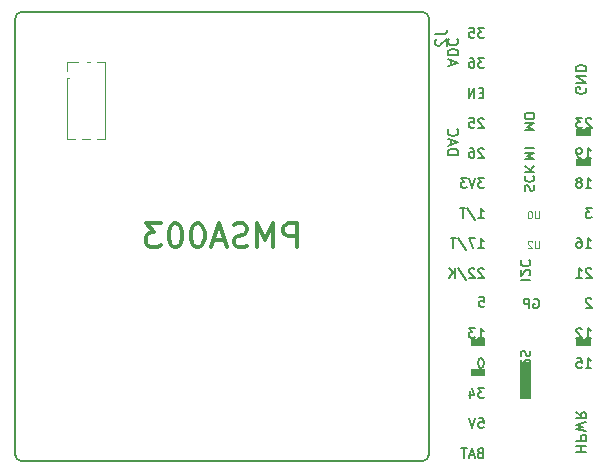
<source format=gbr>
%TF.GenerationSoftware,KiCad,Pcbnew,(5.1.9)-1*%
%TF.CreationDate,2021-02-10T23:03:02-05:00*%
%TF.ProjectId,pmsa003-module,706d7361-3030-4332-9d6d-6f64756c652e,rev?*%
%TF.SameCoordinates,Original*%
%TF.FileFunction,Legend,Bot*%
%TF.FilePolarity,Positive*%
%FSLAX46Y46*%
G04 Gerber Fmt 4.6, Leading zero omitted, Abs format (unit mm)*
G04 Created by KiCad (PCBNEW (5.1.9)-1) date 2021-02-10 23:03:02*
%MOMM*%
%LPD*%
G01*
G04 APERTURE LIST*
%ADD10C,0.161101*%
%ADD11C,0.100000*%
%ADD12C,0.125301*%
%ADD13C,0.179001*%
%ADD14C,0.120000*%
%ADD15C,0.150000*%
%ADD16C,0.300000*%
G04 APERTURE END LIST*
D10*
X57181340Y-54857890D02*
X56678917Y-54857890D01*
X56949452Y-55164749D01*
X56833508Y-55164749D01*
X56756213Y-55203106D01*
X56717565Y-55241463D01*
X56678917Y-55318178D01*
X56678917Y-55509965D01*
X56717565Y-55586680D01*
X56756213Y-55625037D01*
X56833508Y-55663395D01*
X57065396Y-55663395D01*
X57142692Y-55625037D01*
X57181340Y-55586680D01*
X55983253Y-55126391D02*
X55983253Y-55663395D01*
X56176493Y-54819532D02*
X56369733Y-55394893D01*
X55867310Y-55394893D01*
X66281340Y-39597890D02*
X65778917Y-39597890D01*
X66049452Y-39904749D01*
X65933508Y-39904749D01*
X65856213Y-39943106D01*
X65817565Y-39981463D01*
X65778917Y-40058178D01*
X65778917Y-40249965D01*
X65817565Y-40326680D01*
X65856213Y-40365037D01*
X65933508Y-40403395D01*
X66165396Y-40403395D01*
X66242692Y-40365037D01*
X66281340Y-40326680D01*
X65778917Y-42943395D02*
X66242692Y-42943395D01*
X66010804Y-42943395D02*
X66010804Y-42137890D01*
X66088100Y-42252962D01*
X66165396Y-42329677D01*
X66242692Y-42368034D01*
X65083253Y-42137890D02*
X65237845Y-42137890D01*
X65315141Y-42176247D01*
X65353789Y-42214604D01*
X65431085Y-42329677D01*
X65469733Y-42483106D01*
X65469733Y-42789965D01*
X65431085Y-42866680D01*
X65392437Y-42905037D01*
X65315141Y-42943395D01*
X65160549Y-42943395D01*
X65083253Y-42905037D01*
X65044606Y-42866680D01*
X65005958Y-42789965D01*
X65005958Y-42598178D01*
X65044606Y-42521463D01*
X65083253Y-42483106D01*
X65160549Y-42444749D01*
X65315141Y-42444749D01*
X65392437Y-42483106D01*
X65431085Y-42521463D01*
X65469733Y-42598178D01*
X65778917Y-37863395D02*
X66242692Y-37863395D01*
X66010804Y-37863395D02*
X66010804Y-37057890D01*
X66088100Y-37172962D01*
X66165396Y-37249677D01*
X66242692Y-37288034D01*
X65315141Y-37403106D02*
X65392437Y-37364749D01*
X65431085Y-37326391D01*
X65469733Y-37249677D01*
X65469733Y-37211319D01*
X65431085Y-37134604D01*
X65392437Y-37096247D01*
X65315141Y-37057890D01*
X65160549Y-37057890D01*
X65083253Y-37096247D01*
X65044606Y-37134604D01*
X65005958Y-37211319D01*
X65005958Y-37249677D01*
X65044606Y-37326391D01*
X65083253Y-37364749D01*
X65160549Y-37403106D01*
X65315141Y-37403106D01*
X65392437Y-37441463D01*
X65431085Y-37479821D01*
X65469733Y-37556536D01*
X65469733Y-37709965D01*
X65431085Y-37786680D01*
X65392437Y-37825037D01*
X65315141Y-37863395D01*
X65160549Y-37863395D01*
X65083253Y-37825037D01*
X65044606Y-37786680D01*
X65005958Y-37709965D01*
X65005958Y-37556536D01*
X65044606Y-37479821D01*
X65083253Y-37441463D01*
X65160549Y-37403106D01*
X66242692Y-32054604D02*
X66204044Y-32016247D01*
X66126748Y-31977890D01*
X65933508Y-31977890D01*
X65856213Y-32016247D01*
X65817565Y-32054604D01*
X65778917Y-32131319D01*
X65778917Y-32208034D01*
X65817565Y-32323106D01*
X66281340Y-32783395D01*
X65778917Y-32783395D01*
X65508381Y-31977890D02*
X65005958Y-31977890D01*
X65276493Y-32284749D01*
X65160549Y-32284749D01*
X65083253Y-32323106D01*
X65044606Y-32361463D01*
X65005958Y-32438178D01*
X65005958Y-32629965D01*
X65044606Y-32706680D01*
X65083253Y-32745037D01*
X65160549Y-32783395D01*
X65392437Y-32783395D01*
X65469733Y-32745037D01*
X65508381Y-32706680D01*
X65778917Y-35323395D02*
X66242692Y-35323395D01*
X66010804Y-35323395D02*
X66010804Y-34517890D01*
X66088100Y-34632962D01*
X66165396Y-34709677D01*
X66242692Y-34748034D01*
X65392437Y-35323395D02*
X65237845Y-35323395D01*
X65160549Y-35285037D01*
X65121901Y-35246680D01*
X65044606Y-35131608D01*
X65005958Y-34978178D01*
X65005958Y-34671319D01*
X65044606Y-34594604D01*
X65083253Y-34556247D01*
X65160549Y-34517890D01*
X65315141Y-34517890D01*
X65392437Y-34556247D01*
X65431085Y-34594604D01*
X65469733Y-34671319D01*
X65469733Y-34863106D01*
X65431085Y-34939821D01*
X65392437Y-34978178D01*
X65315141Y-35016536D01*
X65160549Y-35016536D01*
X65083253Y-34978178D01*
X65044606Y-34939821D01*
X65005958Y-34863106D01*
D11*
G36*
X66202000Y-33487000D02*
G01*
X65002000Y-33487000D01*
X65002000Y-32887000D01*
X66202000Y-32887000D01*
X66202000Y-33487000D01*
G37*
G36*
X66202000Y-36027000D02*
G01*
X65002000Y-36027000D01*
X65002000Y-35427000D01*
X66202000Y-35427000D01*
X66202000Y-36027000D01*
G37*
D10*
X65778917Y-50563395D02*
X66242692Y-50563395D01*
X66010804Y-50563395D02*
X66010804Y-49757890D01*
X66088100Y-49872962D01*
X66165396Y-49949677D01*
X66242692Y-49988034D01*
X65469733Y-49834604D02*
X65431085Y-49796247D01*
X65353789Y-49757890D01*
X65160549Y-49757890D01*
X65083253Y-49796247D01*
X65044606Y-49834604D01*
X65005958Y-49911319D01*
X65005958Y-49988034D01*
X65044606Y-50103106D01*
X65508381Y-50563395D01*
X65005958Y-50563395D01*
X66242692Y-44754604D02*
X66204044Y-44716247D01*
X66126748Y-44677890D01*
X65933508Y-44677890D01*
X65856213Y-44716247D01*
X65817565Y-44754604D01*
X65778917Y-44831319D01*
X65778917Y-44908034D01*
X65817565Y-45023106D01*
X66281340Y-45483395D01*
X65778917Y-45483395D01*
X65005958Y-45483395D02*
X65469733Y-45483395D01*
X65237845Y-45483395D02*
X65237845Y-44677890D01*
X65315141Y-44792962D01*
X65392437Y-44869677D01*
X65469733Y-44908034D01*
X66242692Y-47294604D02*
X66204044Y-47256247D01*
X66126748Y-47217890D01*
X65933508Y-47217890D01*
X65856213Y-47256247D01*
X65817565Y-47294604D01*
X65778917Y-47371319D01*
X65778917Y-47448034D01*
X65817565Y-47563106D01*
X66281340Y-48023395D01*
X65778917Y-48023395D01*
X65778917Y-53103395D02*
X66242692Y-53103395D01*
X66010804Y-53103395D02*
X66010804Y-52297890D01*
X66088100Y-52412962D01*
X66165396Y-52489677D01*
X66242692Y-52528034D01*
X65044606Y-52297890D02*
X65431085Y-52297890D01*
X65469733Y-52681463D01*
X65431085Y-52643106D01*
X65353789Y-52604749D01*
X65160549Y-52604749D01*
X65083253Y-52643106D01*
X65044606Y-52681463D01*
X65005958Y-52758178D01*
X65005958Y-52949965D01*
X65044606Y-53026680D01*
X65083253Y-53065037D01*
X65160549Y-53103395D01*
X65353789Y-53103395D01*
X65431085Y-53065037D01*
X65469733Y-53026680D01*
D11*
G36*
X66202000Y-51267000D02*
G01*
X65002000Y-51267000D01*
X65002000Y-50667000D01*
X66202000Y-50667000D01*
X66202000Y-51267000D01*
G37*
D12*
X61870256Y-42385914D02*
X61870256Y-42893084D01*
X61840197Y-42952751D01*
X61810137Y-42982584D01*
X61750018Y-43012418D01*
X61629780Y-43012418D01*
X61569661Y-42982584D01*
X61539601Y-42952751D01*
X61509542Y-42893084D01*
X61509542Y-42385914D01*
X61239006Y-42445581D02*
X61208947Y-42415748D01*
X61148828Y-42385914D01*
X60998530Y-42385914D01*
X60938411Y-42415748D01*
X60908351Y-42445581D01*
X60878292Y-42505248D01*
X60878292Y-42564915D01*
X60908351Y-42654416D01*
X61269066Y-43012418D01*
X60878292Y-43012418D01*
D13*
X54350832Y-27488880D02*
X54350832Y-27059458D01*
X54095116Y-27574764D02*
X54990122Y-27274169D01*
X54095116Y-26973574D01*
X54095116Y-26672978D02*
X54990122Y-26672978D01*
X54990122Y-26458268D01*
X54947503Y-26329441D01*
X54862264Y-26243557D01*
X54777025Y-26200614D01*
X54606548Y-26157672D01*
X54478690Y-26157672D01*
X54308213Y-26200614D01*
X54222974Y-26243557D01*
X54137735Y-26329441D01*
X54095116Y-26458268D01*
X54095116Y-26672978D01*
X54180355Y-25255886D02*
X54137735Y-25298828D01*
X54095116Y-25427655D01*
X54095116Y-25513539D01*
X54137735Y-25642366D01*
X54222974Y-25728250D01*
X54308213Y-25771192D01*
X54478690Y-25814135D01*
X54606548Y-25814135D01*
X54777025Y-25771192D01*
X54862264Y-25728250D01*
X54947503Y-25642366D01*
X54990122Y-25513539D01*
X54990122Y-25427655D01*
X54947503Y-25298828D01*
X54904883Y-25255886D01*
X54095116Y-35095938D02*
X54990122Y-35095938D01*
X54990122Y-34881227D01*
X54947503Y-34752400D01*
X54862264Y-34666516D01*
X54777025Y-34623574D01*
X54606548Y-34580632D01*
X54478690Y-34580632D01*
X54308213Y-34623574D01*
X54222974Y-34666516D01*
X54137735Y-34752400D01*
X54095116Y-34881227D01*
X54095116Y-35095938D01*
X54350832Y-34237094D02*
X54350832Y-33807672D01*
X54095116Y-34322978D02*
X54990122Y-34022383D01*
X54095116Y-33721788D01*
X54180355Y-32905886D02*
X54137735Y-32948828D01*
X54095116Y-33077655D01*
X54095116Y-33163539D01*
X54137735Y-33292366D01*
X54222974Y-33378250D01*
X54308213Y-33421192D01*
X54478690Y-33464135D01*
X54606548Y-33464135D01*
X54777025Y-33421192D01*
X54862264Y-33378250D01*
X54947503Y-33292366D01*
X54990122Y-33163539D01*
X54990122Y-33077655D01*
X54947503Y-32948828D01*
X54904883Y-32905886D01*
D10*
X60290604Y-53254044D02*
X61096109Y-53254044D01*
X61019395Y-52906213D02*
X61057752Y-52867565D01*
X61096109Y-52790269D01*
X61096109Y-52597029D01*
X61057752Y-52519733D01*
X61019395Y-52481085D01*
X60942680Y-52442437D01*
X60865965Y-52442437D01*
X60750893Y-52481085D01*
X60290604Y-52944860D01*
X60290604Y-52442437D01*
X60328962Y-52133253D02*
X60290604Y-52017310D01*
X60290604Y-51824070D01*
X60328962Y-51746774D01*
X60367319Y-51708126D01*
X60444034Y-51669478D01*
X60520749Y-51669478D01*
X60597463Y-51708126D01*
X60635821Y-51746774D01*
X60674178Y-51824070D01*
X60712536Y-51978662D01*
X60750893Y-52055958D01*
X60789250Y-52094606D01*
X60865965Y-52133253D01*
X60942680Y-52133253D01*
X61019395Y-52094606D01*
X61057752Y-52055958D01*
X61096109Y-51978662D01*
X61096109Y-51785422D01*
X61057752Y-51669478D01*
X61378917Y-47316247D02*
X61456213Y-47277890D01*
X61572156Y-47277890D01*
X61688100Y-47316247D01*
X61765396Y-47392962D01*
X61804044Y-47469677D01*
X61842692Y-47623106D01*
X61842692Y-47738178D01*
X61804044Y-47891608D01*
X61765396Y-47968322D01*
X61688100Y-48045037D01*
X61572156Y-48083395D01*
X61494860Y-48083395D01*
X61378917Y-48045037D01*
X61340269Y-48006680D01*
X61340269Y-47738178D01*
X61494860Y-47738178D01*
X60992437Y-48083395D02*
X60992437Y-47277890D01*
X60683253Y-47277890D01*
X60605958Y-47316247D01*
X60567310Y-47354604D01*
X60528662Y-47431319D01*
X60528662Y-47546391D01*
X60567310Y-47623106D01*
X60605958Y-47661463D01*
X60683253Y-47699821D01*
X60992437Y-47699821D01*
D12*
X61870256Y-39845914D02*
X61870256Y-40353084D01*
X61840197Y-40412751D01*
X61810137Y-40442584D01*
X61750018Y-40472418D01*
X61629780Y-40472418D01*
X61569661Y-40442584D01*
X61539601Y-40412751D01*
X61509542Y-40353084D01*
X61509542Y-39845914D01*
X61088709Y-39845914D02*
X61028590Y-39845914D01*
X60968471Y-39875748D01*
X60938411Y-39905581D01*
X60908351Y-39965248D01*
X60878292Y-40084582D01*
X60878292Y-40233750D01*
X60908351Y-40353084D01*
X60938411Y-40412751D01*
X60968471Y-40442584D01*
X61028590Y-40472418D01*
X61088709Y-40472418D01*
X61148828Y-40442584D01*
X61178887Y-40412751D01*
X61208947Y-40353084D01*
X61239006Y-40233750D01*
X61239006Y-40084582D01*
X61208947Y-39965248D01*
X61178887Y-39905581D01*
X61148828Y-39875748D01*
X61088709Y-39845914D01*
D10*
X57181340Y-24377890D02*
X56678917Y-24377890D01*
X56949452Y-24684749D01*
X56833508Y-24684749D01*
X56756213Y-24723106D01*
X56717565Y-24761463D01*
X56678917Y-24838178D01*
X56678917Y-25029965D01*
X56717565Y-25106680D01*
X56756213Y-25145037D01*
X56833508Y-25183395D01*
X57065396Y-25183395D01*
X57142692Y-25145037D01*
X57181340Y-25106680D01*
X55944606Y-24377890D02*
X56331085Y-24377890D01*
X56369733Y-24761463D01*
X56331085Y-24723106D01*
X56253789Y-24684749D01*
X56060549Y-24684749D01*
X55983253Y-24723106D01*
X55944606Y-24761463D01*
X55905958Y-24838178D01*
X55905958Y-25029965D01*
X55944606Y-25106680D01*
X55983253Y-25145037D01*
X56060549Y-25183395D01*
X56253789Y-25183395D01*
X56331085Y-25145037D01*
X56369733Y-25106680D01*
X57181340Y-26917890D02*
X56678917Y-26917890D01*
X56949452Y-27224749D01*
X56833508Y-27224749D01*
X56756213Y-27263106D01*
X56717565Y-27301463D01*
X56678917Y-27378178D01*
X56678917Y-27569965D01*
X56717565Y-27646680D01*
X56756213Y-27685037D01*
X56833508Y-27723395D01*
X57065396Y-27723395D01*
X57142692Y-27685037D01*
X57181340Y-27646680D01*
X55983253Y-26917890D02*
X56137845Y-26917890D01*
X56215141Y-26956247D01*
X56253789Y-26994604D01*
X56331085Y-27109677D01*
X56369733Y-27263106D01*
X56369733Y-27569965D01*
X56331085Y-27646680D01*
X56292437Y-27685037D01*
X56215141Y-27723395D01*
X56060549Y-27723395D01*
X55983253Y-27685037D01*
X55944606Y-27646680D01*
X55905958Y-27569965D01*
X55905958Y-27378178D01*
X55944606Y-27301463D01*
X55983253Y-27263106D01*
X56060549Y-27224749D01*
X56215141Y-27224749D01*
X56292437Y-27263106D01*
X56331085Y-27301463D01*
X56369733Y-27378178D01*
X57104044Y-29841463D02*
X56833508Y-29841463D01*
X56717565Y-30263395D02*
X57104044Y-30263395D01*
X57104044Y-29457890D01*
X56717565Y-29457890D01*
X56369733Y-30263395D02*
X56369733Y-29457890D01*
X55905958Y-30263395D01*
X55905958Y-29457890D01*
X57142692Y-32074604D02*
X57104044Y-32036247D01*
X57026748Y-31997890D01*
X56833508Y-31997890D01*
X56756213Y-32036247D01*
X56717565Y-32074604D01*
X56678917Y-32151319D01*
X56678917Y-32228034D01*
X56717565Y-32343106D01*
X57181340Y-32803395D01*
X56678917Y-32803395D01*
X55944606Y-31997890D02*
X56331085Y-31997890D01*
X56369733Y-32381463D01*
X56331085Y-32343106D01*
X56253789Y-32304749D01*
X56060549Y-32304749D01*
X55983253Y-32343106D01*
X55944606Y-32381463D01*
X55905958Y-32458178D01*
X55905958Y-32649965D01*
X55944606Y-32726680D01*
X55983253Y-32765037D01*
X56060549Y-32803395D01*
X56253789Y-32803395D01*
X56331085Y-32765037D01*
X56369733Y-32726680D01*
D13*
X65797503Y-29398574D02*
X65840122Y-29484458D01*
X65840122Y-29613285D01*
X65797503Y-29742111D01*
X65712264Y-29827996D01*
X65627025Y-29870938D01*
X65456548Y-29913880D01*
X65328690Y-29913880D01*
X65158213Y-29870938D01*
X65072974Y-29827996D01*
X64987735Y-29742111D01*
X64945116Y-29613285D01*
X64945116Y-29527400D01*
X64987735Y-29398574D01*
X65030355Y-29355632D01*
X65328690Y-29355632D01*
X65328690Y-29527400D01*
X64945116Y-28969152D02*
X65840122Y-28969152D01*
X64945116Y-28453846D01*
X65840122Y-28453846D01*
X64945116Y-28024424D02*
X65840122Y-28024424D01*
X65840122Y-27809713D01*
X65797503Y-27680886D01*
X65712264Y-27595002D01*
X65627025Y-27552060D01*
X65456548Y-27509117D01*
X65328690Y-27509117D01*
X65158213Y-27552060D01*
X65072974Y-27595002D01*
X64987735Y-27680886D01*
X64945116Y-27809713D01*
X64945116Y-28024424D01*
X64945116Y-60270938D02*
X65840122Y-60270938D01*
X65413929Y-60270938D02*
X65413929Y-59755632D01*
X64945116Y-59755632D02*
X65840122Y-59755632D01*
X64945116Y-59326210D02*
X65840122Y-59326210D01*
X65840122Y-58982672D01*
X65797503Y-58896788D01*
X65754883Y-58853846D01*
X65669645Y-58810903D01*
X65541787Y-58810903D01*
X65456548Y-58853846D01*
X65413929Y-58896788D01*
X65371309Y-58982672D01*
X65371309Y-59326210D01*
X65840122Y-58510308D02*
X64945116Y-58295597D01*
X65584406Y-58123828D01*
X64945116Y-57952060D01*
X65840122Y-57737349D01*
X64945116Y-56878505D02*
X65371309Y-57179100D01*
X64945116Y-57393811D02*
X65840122Y-57393811D01*
X65840122Y-57050274D01*
X65797503Y-56964389D01*
X65754883Y-56921447D01*
X65669645Y-56878505D01*
X65541787Y-56878505D01*
X65456548Y-56921447D01*
X65413929Y-56964389D01*
X65371309Y-57050274D01*
X65371309Y-57393811D01*
D10*
X56949452Y-52317890D02*
X56872156Y-52317890D01*
X56794860Y-52356247D01*
X56756213Y-52394604D01*
X56717565Y-52471319D01*
X56678917Y-52624749D01*
X56678917Y-52816536D01*
X56717565Y-52969965D01*
X56756213Y-53046680D01*
X56794860Y-53085037D01*
X56872156Y-53123395D01*
X56949452Y-53123395D01*
X57026748Y-53085037D01*
X57065396Y-53046680D01*
X57104044Y-52969965D01*
X57142692Y-52816536D01*
X57142692Y-52624749D01*
X57104044Y-52471319D01*
X57065396Y-52394604D01*
X57026748Y-52356247D01*
X56949452Y-52317890D01*
X56678917Y-50583395D02*
X57142692Y-50583395D01*
X56910804Y-50583395D02*
X56910804Y-49777890D01*
X56988100Y-49892962D01*
X57065396Y-49969677D01*
X57142692Y-50008034D01*
X56408381Y-49777890D02*
X55905958Y-49777890D01*
X56176493Y-50084749D01*
X56060549Y-50084749D01*
X55983253Y-50123106D01*
X55944606Y-50161463D01*
X55905958Y-50238178D01*
X55905958Y-50429965D01*
X55944606Y-50506680D01*
X55983253Y-50545037D01*
X56060549Y-50583395D01*
X56292437Y-50583395D01*
X56369733Y-50545037D01*
X56408381Y-50506680D01*
X56767565Y-47157890D02*
X57154044Y-47157890D01*
X57192692Y-47541463D01*
X57154044Y-47503106D01*
X57076748Y-47464749D01*
X56883508Y-47464749D01*
X56806213Y-47503106D01*
X56767565Y-47541463D01*
X56728917Y-47618178D01*
X56728917Y-47809965D01*
X56767565Y-47886680D01*
X56806213Y-47925037D01*
X56883508Y-47963395D01*
X57076748Y-47963395D01*
X57154044Y-47925037D01*
X57192692Y-47886680D01*
X57142692Y-44774604D02*
X57104044Y-44736247D01*
X57026748Y-44697890D01*
X56833508Y-44697890D01*
X56756213Y-44736247D01*
X56717565Y-44774604D01*
X56678917Y-44851319D01*
X56678917Y-44928034D01*
X56717565Y-45043106D01*
X57181340Y-45503395D01*
X56678917Y-45503395D01*
X56369733Y-44774604D02*
X56331085Y-44736247D01*
X56253789Y-44697890D01*
X56060549Y-44697890D01*
X55983253Y-44736247D01*
X55944606Y-44774604D01*
X55905958Y-44851319D01*
X55905958Y-44928034D01*
X55944606Y-45043106D01*
X56408381Y-45503395D01*
X55905958Y-45503395D01*
X54978407Y-44659532D02*
X55674070Y-45695182D01*
X54707871Y-45503395D02*
X54707871Y-44697890D01*
X54244096Y-45503395D02*
X54591927Y-45043106D01*
X54244096Y-44697890D02*
X54707871Y-45158178D01*
X56678917Y-42963395D02*
X57142692Y-42963395D01*
X56910804Y-42963395D02*
X56910804Y-42157890D01*
X56988100Y-42272962D01*
X57065396Y-42349677D01*
X57142692Y-42388034D01*
X56408381Y-42157890D02*
X55867310Y-42157890D01*
X56215141Y-42963395D01*
X54978407Y-42119532D02*
X55674070Y-43155182D01*
X54823815Y-42157890D02*
X54360039Y-42157890D01*
X54591927Y-42963395D02*
X54591927Y-42157890D01*
X56678917Y-40423395D02*
X57142692Y-40423395D01*
X56910804Y-40423395D02*
X56910804Y-39617890D01*
X56988100Y-39732962D01*
X57065396Y-39809677D01*
X57142692Y-39848034D01*
X55751366Y-39579532D02*
X56447029Y-40615182D01*
X55596774Y-39617890D02*
X55132999Y-39617890D01*
X55364886Y-40423395D02*
X55364886Y-39617890D01*
X57181340Y-37077890D02*
X56678917Y-37077890D01*
X56949452Y-37384749D01*
X56833508Y-37384749D01*
X56756213Y-37423106D01*
X56717565Y-37461463D01*
X56678917Y-37538178D01*
X56678917Y-37729965D01*
X56717565Y-37806680D01*
X56756213Y-37845037D01*
X56833508Y-37883395D01*
X57065396Y-37883395D01*
X57142692Y-37845037D01*
X57181340Y-37806680D01*
X56447029Y-37077890D02*
X56176493Y-37883395D01*
X55905958Y-37077890D01*
X55712718Y-37077890D02*
X55210294Y-37077890D01*
X55480830Y-37384749D01*
X55364886Y-37384749D01*
X55287590Y-37423106D01*
X55248942Y-37461463D01*
X55210294Y-37538178D01*
X55210294Y-37729965D01*
X55248942Y-37806680D01*
X55287590Y-37845037D01*
X55364886Y-37883395D01*
X55596774Y-37883395D01*
X55674070Y-37845037D01*
X55712718Y-37806680D01*
X57142692Y-34614604D02*
X57104044Y-34576247D01*
X57026748Y-34537890D01*
X56833508Y-34537890D01*
X56756213Y-34576247D01*
X56717565Y-34614604D01*
X56678917Y-34691319D01*
X56678917Y-34768034D01*
X56717565Y-34883106D01*
X57181340Y-35343395D01*
X56678917Y-35343395D01*
X55983253Y-34537890D02*
X56137845Y-34537890D01*
X56215141Y-34576247D01*
X56253789Y-34614604D01*
X56331085Y-34729677D01*
X56369733Y-34883106D01*
X56369733Y-35189965D01*
X56331085Y-35266680D01*
X56292437Y-35305037D01*
X56215141Y-35343395D01*
X56060549Y-35343395D01*
X55983253Y-35305037D01*
X55944606Y-35266680D01*
X55905958Y-35189965D01*
X55905958Y-34998178D01*
X55944606Y-34921463D01*
X55983253Y-34883106D01*
X56060549Y-34844749D01*
X56215141Y-34844749D01*
X56292437Y-34883106D01*
X56331085Y-34921463D01*
X56369733Y-34998178D01*
X56717565Y-57397890D02*
X57104044Y-57397890D01*
X57142692Y-57781463D01*
X57104044Y-57743106D01*
X57026748Y-57704749D01*
X56833508Y-57704749D01*
X56756213Y-57743106D01*
X56717565Y-57781463D01*
X56678917Y-57858178D01*
X56678917Y-58049965D01*
X56717565Y-58126680D01*
X56756213Y-58165037D01*
X56833508Y-58203395D01*
X57026748Y-58203395D01*
X57104044Y-58165037D01*
X57142692Y-58126680D01*
X56447029Y-57397890D02*
X56176493Y-58203395D01*
X55905958Y-57397890D01*
X56833508Y-60321463D02*
X56717565Y-60359821D01*
X56678917Y-60398178D01*
X56640269Y-60474893D01*
X56640269Y-60589965D01*
X56678917Y-60666680D01*
X56717565Y-60705037D01*
X56794860Y-60743395D01*
X57104044Y-60743395D01*
X57104044Y-59937890D01*
X56833508Y-59937890D01*
X56756213Y-59976247D01*
X56717565Y-60014604D01*
X56678917Y-60091319D01*
X56678917Y-60168034D01*
X56717565Y-60244749D01*
X56756213Y-60283106D01*
X56833508Y-60321463D01*
X57104044Y-60321463D01*
X56331085Y-60513250D02*
X55944606Y-60513250D01*
X56408381Y-60743395D02*
X56137845Y-59937890D01*
X55867310Y-60743395D01*
X55712718Y-59937890D02*
X55248942Y-59937890D01*
X55480830Y-60743395D02*
X55480830Y-59937890D01*
X60290604Y-45654044D02*
X61096109Y-45654044D01*
X61019395Y-45306213D02*
X61057752Y-45267565D01*
X61096109Y-45190269D01*
X61096109Y-44997029D01*
X61057752Y-44919733D01*
X61019395Y-44881085D01*
X60942680Y-44842437D01*
X60865965Y-44842437D01*
X60750893Y-44881085D01*
X60290604Y-45344860D01*
X60290604Y-44842437D01*
X60367319Y-44030830D02*
X60328962Y-44069478D01*
X60290604Y-44185422D01*
X60290604Y-44262718D01*
X60328962Y-44378662D01*
X60405677Y-44455958D01*
X60482391Y-44494606D01*
X60635821Y-44533253D01*
X60750893Y-44533253D01*
X60904322Y-44494606D01*
X60981037Y-44455958D01*
X61057752Y-44378662D01*
X61096109Y-44262718D01*
X61096109Y-44185422D01*
X61057752Y-44069478D01*
X61019395Y-44030830D01*
X60615604Y-32964044D02*
X61421109Y-32964044D01*
X60845749Y-32693508D01*
X61421109Y-32422973D01*
X60615604Y-32422973D01*
X61421109Y-31881901D02*
X61421109Y-31727310D01*
X61382752Y-31650014D01*
X61306037Y-31572718D01*
X61152608Y-31534070D01*
X60884106Y-31534070D01*
X60730677Y-31572718D01*
X60653962Y-31650014D01*
X60615604Y-31727310D01*
X60615604Y-31881901D01*
X60653962Y-31959197D01*
X60730677Y-32036493D01*
X60884106Y-32075141D01*
X61152608Y-32075141D01*
X61306037Y-32036493D01*
X61382752Y-31959197D01*
X61421109Y-31881901D01*
X60615604Y-35464044D02*
X61421109Y-35464044D01*
X60845749Y-35193508D01*
X61421109Y-34922973D01*
X60615604Y-34922973D01*
X60615604Y-34536493D02*
X61421109Y-34536493D01*
X60653962Y-38142692D02*
X60615604Y-38026748D01*
X60615604Y-37833508D01*
X60653962Y-37756213D01*
X60692319Y-37717565D01*
X60769034Y-37678917D01*
X60845749Y-37678917D01*
X60922463Y-37717565D01*
X60960821Y-37756213D01*
X60999178Y-37833508D01*
X61037536Y-37988100D01*
X61075893Y-38065396D01*
X61114250Y-38104044D01*
X61190965Y-38142692D01*
X61267680Y-38142692D01*
X61344395Y-38104044D01*
X61382752Y-38065396D01*
X61421109Y-37988100D01*
X61421109Y-37794860D01*
X61382752Y-37678917D01*
X60692319Y-36867310D02*
X60653962Y-36905958D01*
X60615604Y-37021901D01*
X60615604Y-37099197D01*
X60653962Y-37215141D01*
X60730677Y-37292437D01*
X60807391Y-37331085D01*
X60960821Y-37369733D01*
X61075893Y-37369733D01*
X61229322Y-37331085D01*
X61306037Y-37292437D01*
X61382752Y-37215141D01*
X61421109Y-37099197D01*
X61421109Y-37021901D01*
X61382752Y-36905958D01*
X61344395Y-36867310D01*
X60615604Y-36519478D02*
X61421109Y-36519478D01*
X60615604Y-36055703D02*
X61075893Y-36403534D01*
X61421109Y-36055703D02*
X60960821Y-36519478D01*
D11*
G36*
X57302000Y-53827000D02*
G01*
X56102000Y-53827000D01*
X56102000Y-53227000D01*
X57302000Y-53227000D01*
X57302000Y-53827000D01*
G37*
G36*
X57302000Y-51267000D02*
G01*
X56102000Y-51267000D01*
X56102000Y-50667000D01*
X57302000Y-50667000D01*
X57302000Y-51267000D01*
G37*
G36*
X61127000Y-55752000D02*
G01*
X60202000Y-55752000D01*
X60202000Y-52652000D01*
X61127000Y-52652000D01*
X61127000Y-55752000D01*
G37*
D14*
%TO.C,J2*%
X21880000Y-27200000D02*
X21880000Y-27960000D01*
X25050000Y-33735000D02*
X24407530Y-33735000D01*
X23792470Y-33735000D02*
X23137530Y-33735000D01*
X22522470Y-33735000D02*
X21880000Y-33735000D01*
X22070000Y-28595000D02*
X21880000Y-28595000D01*
X21880000Y-28595000D02*
X21880000Y-33735000D01*
X25050000Y-27265000D02*
X25050000Y-33735000D01*
X23792470Y-27265000D02*
X23590000Y-27265000D01*
X22830000Y-27200000D02*
X21880000Y-27200000D01*
X25050000Y-27265000D02*
X24407530Y-27265000D01*
D15*
X17500000Y-23500000D02*
X17500000Y-60500000D01*
X18000000Y-61000000D02*
X52000000Y-61000000D01*
X52500000Y-60500000D02*
X52500000Y-23500000D01*
X52000000Y-23000000D02*
X18000000Y-23000000D01*
X52500000Y-23500000D02*
G75*
G03*
X52000000Y-23000000I-500000J0D01*
G01*
X18000000Y-23000000D02*
G75*
G03*
X17500000Y-23500000I0J-500000D01*
G01*
X17500000Y-60500000D02*
G75*
G03*
X18000000Y-61000000I500000J0D01*
G01*
X52000000Y-61000000D02*
G75*
G03*
X52500000Y-60500000I0J500000D01*
G01*
X53052380Y-24866666D02*
X53766666Y-24866666D01*
X53909523Y-24819047D01*
X54004761Y-24723809D01*
X54052380Y-24580952D01*
X54052380Y-24485714D01*
X53147619Y-25295238D02*
X53100000Y-25342857D01*
X53052380Y-25438095D01*
X53052380Y-25676190D01*
X53100000Y-25771428D01*
X53147619Y-25819047D01*
X53242857Y-25866666D01*
X53338095Y-25866666D01*
X53480952Y-25819047D01*
X54052380Y-25247619D01*
X54052380Y-25866666D01*
D16*
X41333333Y-42904761D02*
X41333333Y-40904761D01*
X40571428Y-40904761D01*
X40380952Y-41000000D01*
X40285714Y-41095238D01*
X40190476Y-41285714D01*
X40190476Y-41571428D01*
X40285714Y-41761904D01*
X40380952Y-41857142D01*
X40571428Y-41952380D01*
X41333333Y-41952380D01*
X39333333Y-42904761D02*
X39333333Y-40904761D01*
X38666666Y-42333333D01*
X38000000Y-40904761D01*
X38000000Y-42904761D01*
X37142857Y-42809523D02*
X36857142Y-42904761D01*
X36380952Y-42904761D01*
X36190476Y-42809523D01*
X36095238Y-42714285D01*
X36000000Y-42523809D01*
X36000000Y-42333333D01*
X36095238Y-42142857D01*
X36190476Y-42047619D01*
X36380952Y-41952380D01*
X36761904Y-41857142D01*
X36952380Y-41761904D01*
X37047619Y-41666666D01*
X37142857Y-41476190D01*
X37142857Y-41285714D01*
X37047619Y-41095238D01*
X36952380Y-41000000D01*
X36761904Y-40904761D01*
X36285714Y-40904761D01*
X36000000Y-41000000D01*
X35238095Y-42333333D02*
X34285714Y-42333333D01*
X35428571Y-42904761D02*
X34761904Y-40904761D01*
X34095238Y-42904761D01*
X33047619Y-40904761D02*
X32857142Y-40904761D01*
X32666666Y-41000000D01*
X32571428Y-41095238D01*
X32476190Y-41285714D01*
X32380952Y-41666666D01*
X32380952Y-42142857D01*
X32476190Y-42523809D01*
X32571428Y-42714285D01*
X32666666Y-42809523D01*
X32857142Y-42904761D01*
X33047619Y-42904761D01*
X33238095Y-42809523D01*
X33333333Y-42714285D01*
X33428571Y-42523809D01*
X33523809Y-42142857D01*
X33523809Y-41666666D01*
X33428571Y-41285714D01*
X33333333Y-41095238D01*
X33238095Y-41000000D01*
X33047619Y-40904761D01*
X31142857Y-40904761D02*
X30952380Y-40904761D01*
X30761904Y-41000000D01*
X30666666Y-41095238D01*
X30571428Y-41285714D01*
X30476190Y-41666666D01*
X30476190Y-42142857D01*
X30571428Y-42523809D01*
X30666666Y-42714285D01*
X30761904Y-42809523D01*
X30952380Y-42904761D01*
X31142857Y-42904761D01*
X31333333Y-42809523D01*
X31428571Y-42714285D01*
X31523809Y-42523809D01*
X31619047Y-42142857D01*
X31619047Y-41666666D01*
X31523809Y-41285714D01*
X31428571Y-41095238D01*
X31333333Y-41000000D01*
X31142857Y-40904761D01*
X29809523Y-40904761D02*
X28571428Y-40904761D01*
X29238095Y-41666666D01*
X28952380Y-41666666D01*
X28761904Y-41761904D01*
X28666666Y-41857142D01*
X28571428Y-42047619D01*
X28571428Y-42523809D01*
X28666666Y-42714285D01*
X28761904Y-42809523D01*
X28952380Y-42904761D01*
X29523809Y-42904761D01*
X29714285Y-42809523D01*
X29809523Y-42714285D01*
%TD*%
M02*

</source>
